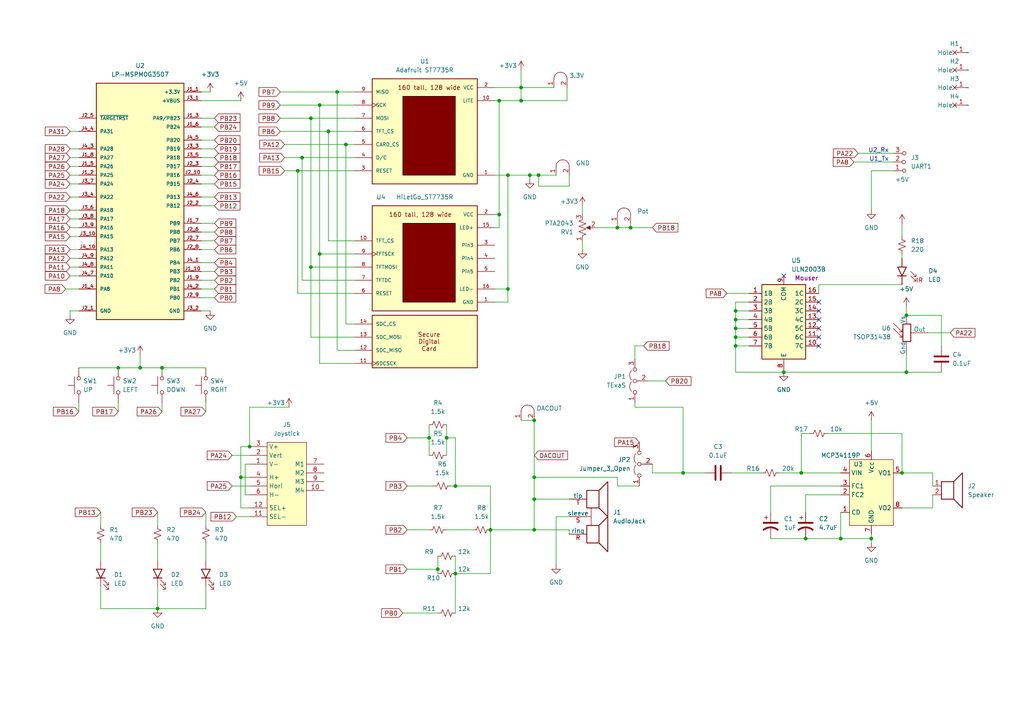
<source format=kicad_sch>
(kicad_sch (version 20230121) (generator eeschema)
  (paper "A4")
  (title_block (title "Game Board Spring 2024") (date "2024-03-08") (rev "v1.0.0") (company "The University of Texas at Austin"))
  (junction (at 262.89 107.95))
  (junction (at 233.68 156.21))
  (junction (at 243.84 156.21))
  (junction (at 45.72 176.53))
  (junction (at 198.12 137.16))
  (junction (at 154.94 121.92))
  (junction (at 86.36 49.53))
  (junction (at 144.78 62.23))
  (junction (at 132.08 166.37))
  (junction (at 182.88 66.04))
  (junction (at 213.36 97.79))
  (junction (at 213.36 90.17))
  (junction (at 132.08 140.97))
  (junction (at 262.89 91.44))
  (junction (at 179.07 66.04))
  (junction (at 252.73 156.21))
  (junction (at 72.39 129.54))
  (junction (at 97.79 26.67))
  (junction (at 147.32 50.8))
  (junction (at 213.36 95.25))
  (junction (at 154.94 138.43))
  (junction (at 127 165.1))
  (junction (at 87.63 45.72))
  (junction (at 95.25 38.1))
  (junction (at 147.32 83.82))
  (junction (at 100.33 41.91))
  (junction (at 153.67 50.8))
  (junction (at 144.78 29.21))
  (junction (at 213.36 100.33))
  (junction (at 92.71 30.48))
  (junction (at 151.13 25.4))
  (junction (at 227.33 107.95))
  (junction (at 154.94 144.78))
  (junction (at 34.29 106.68))
  (junction (at 261.62 137.16))
  (junction (at 69.85 138.43))
  (junction (at 156.21 50.8))
  (junction (at 46.99 106.68))
  (junction (at 90.17 77.47))
  (junction (at 142.24 153.67))
  (junction (at 40.64 106.68))
  (junction (at 154.94 153.67))
  (junction (at 129.54 127))
  (junction (at 232.41 137.16))
  (junction (at 213.36 92.71))
  (junction (at 90.17 34.29))
  (junction (at 92.71 73.66))
  (junction (at 151.13 29.21))
  (junction (at 124.46 127))
  (no_connect (at 237.49 95.25))
  (no_connect (at 237.49 100.33))
  (no_connect (at 237.49 97.79))
  (no_connect (at 237.49 90.17))
  (no_connect (at 227.33 80.01))
  (no_connect (at 237.49 87.63))
  (no_connect (at 237.49 92.71))
  (wire (pts (xy 154.94 144.78) (xy 154.94 153.67)))
  (wire (pts (xy 243.84 148.59) (xy 243.84 156.21)))
  (wire (pts (xy 59.69 176.53) (xy 45.72 176.53)))
  (wire (pts (xy 165.1 53.975) (xy 156.21 53.975)))
  (wire (pts (xy 90.17 77.47) (xy 90.17 34.29)))
  (wire (pts (xy 102.87 85.09) (xy 86.36 85.09)))
  (wire (pts (xy 72.39 147.32) (xy 69.85 147.32)))
  (wire (pts (xy 227.33 107.95) (xy 262.89 107.95)))
  (wire (pts (xy 127 161.29) (xy 127 165.1)))
  (wire (pts (xy 217.17 87.63) (xy 213.36 87.63)))
  (wire (pts (xy 58.42 86.36) (xy 62.23 86.36)))
  (wire (pts (xy 58.42 57.15) (xy 62.23 57.15)))
  (wire (pts (xy 261.62 82.55) (xy 237.49 82.55)))
  (wire (pts (xy 273.05 100.33) (xy 273.05 91.44)))
  (wire (pts (xy 132.08 166.37) (xy 142.24 166.37)))
  (wire (pts (xy 81.28 38.1) (xy 95.25 38.1)))
  (wire (pts (xy 59.69 157.48) (xy 59.69 162.56)))
  (wire (pts (xy 95.25 38.1) (xy 102.87 38.1)))
  (wire (pts (xy 129.54 127) (xy 129.54 132.08)))
  (wire (pts (xy 217.17 95.25) (xy 213.36 95.25)))
  (wire (pts (xy 69.85 129.54) (xy 72.39 129.54)))
  (wire (pts (xy 58.42 50.8) (xy 62.23 50.8)))
  (wire (pts (xy 34.29 106.68) (xy 40.64 106.68)))
  (wire (pts (xy 168.91 59.69) (xy 168.91 62.23)))
  (wire (pts (xy 20.32 91.44) (xy 20.32 90.17)))
  (wire (pts (xy 81.28 34.29) (xy 90.17 34.29)))
  (wire (pts (xy 100.33 41.91) (xy 102.87 41.91)))
  (wire (pts (xy 82.55 49.53) (xy 86.36 49.53)))
  (wire (pts (xy 20.32 68.58) (xy 22.86 68.58)))
  (wire (pts (xy 58.42 26.67) (xy 60.96 26.67)))
  (wire (pts (xy 20.32 66.04) (xy 22.86 66.04)))
  (wire (pts (xy 142.24 140.97) (xy 132.08 140.97)))
  (wire (pts (xy 102.87 101.6) (xy 97.79 101.6)))
  (wire (pts (xy 46.99 106.68) (xy 59.69 106.68)))
  (wire (pts (xy 164.465 25.4) (xy 164.465 29.21)))
  (wire (pts (xy 247.65 46.99) (xy 259.08 46.99)))
  (wire (pts (xy 143.51 66.04) (xy 144.78 66.04)))
  (wire (pts (xy 58.42 45.72) (xy 62.23 45.72)))
  (wire (pts (xy 102.87 69.85) (xy 95.25 69.85)))
  (wire (pts (xy 154.94 138.43) (xy 154.94 144.78)))
  (wire (pts (xy 58.42 40.64) (xy 62.23 40.64)))
  (wire (pts (xy 142.24 153.67) (xy 142.24 140.97)))
  (wire (pts (xy 161.29 149.86) (xy 161.29 163.83)))
  (wire (pts (xy 232.41 137.16) (xy 243.84 137.16)))
  (wire (pts (xy 20.32 38.1) (xy 22.86 38.1)))
  (wire (pts (xy 262.89 102.87) (xy 262.89 107.95)))
  (wire (pts (xy 59.69 170.18) (xy 59.69 176.53)))
  (wire (pts (xy 143.51 29.21) (xy 144.78 29.21)))
  (wire (pts (xy 269.24 96.52) (xy 275.59 96.52)))
  (wire (pts (xy 45.72 157.48) (xy 45.72 162.56)))
  (wire (pts (xy 86.36 49.53) (xy 86.36 85.09)))
  (wire (pts (xy 143.51 83.82) (xy 147.32 83.82)))
  (wire (pts (xy 198.12 137.16) (xy 189.23 137.16)))
  (wire (pts (xy 262.89 88.9) (xy 262.89 91.44)))
  (wire (pts (xy 46.99 116.84) (xy 46.99 119.38)))
  (wire (pts (xy 87.63 45.72) (xy 87.63 81.28)))
  (wire (pts (xy 210.82 85.09) (xy 217.17 85.09)))
  (wire (pts (xy 261.62 147.32) (xy 270.51 147.32)))
  (wire (pts (xy 83.82 118.11) (xy 72.39 118.11)))
  (wire (pts (xy 58.42 72.39) (xy 62.23 72.39)))
  (wire (pts (xy 34.29 116.84) (xy 34.29 119.38)))
  (wire (pts (xy 102.87 97.79) (xy 90.17 97.79)))
  (wire (pts (xy 81.28 30.48) (xy 92.71 30.48)))
  (wire (pts (xy 20.32 48.26) (xy 22.86 48.26)))
  (wire (pts (xy 58.42 83.82) (xy 62.23 83.82)))
  (wire (pts (xy 19.05 83.82) (xy 22.86 83.82)))
  (wire (pts (xy 69.85 138.43) (xy 69.85 129.54)))
  (wire (pts (xy 129.54 127) (xy 132.08 127)))
  (wire (pts (xy 179.07 66.04) (xy 179.07 64.77)))
  (wire (pts (xy 182.88 66.04) (xy 179.07 66.04)))
  (wire (pts (xy 213.36 90.17) (xy 217.17 90.17)))
  (wire (pts (xy 100.33 93.98) (xy 100.33 41.91)))
  (wire (pts (xy 187.96 110.49) (xy 193.04 110.49)))
  (wire (pts (xy 154.94 121.92) (xy 154.94 138.43)))
  (wire (pts (xy 118.11 140.97) (xy 125.73 140.97)))
  (wire (pts (xy 58.42 76.2) (xy 62.23 76.2)))
  (wire (pts (xy 144.78 66.04) (xy 144.78 62.23)))
  (wire (pts (xy 184.15 100.33) (xy 186.69 100.33)))
  (wire (pts (xy 20.32 63.5) (xy 22.86 63.5)))
  (wire (pts (xy 58.42 34.29) (xy 62.23 34.29)))
  (wire (pts (xy 165.1 149.86) (xy 161.29 149.86)))
  (wire (pts (xy 69.85 147.32) (xy 69.85 138.43)))
  (wire (pts (xy 59.69 148.59) (xy 59.69 152.4)))
  (wire (pts (xy 67.31 140.97) (xy 72.39 140.97)))
  (wire (pts (xy 156.21 53.975) (xy 156.21 50.8)))
  (wire (pts (xy 143.51 87.63) (xy 147.32 87.63)))
  (wire (pts (xy 29.21 176.53) (xy 29.21 170.18)))
  (wire (pts (xy 68.58 149.86) (xy 72.39 149.86)))
  (wire (pts (xy 243.84 156.21) (xy 252.73 156.21)))
  (wire (pts (xy 97.79 101.6) (xy 97.79 26.67)))
  (wire (pts (xy 144.78 29.21) (xy 151.13 29.21)))
  (wire (pts (xy 227.33 107.95) (xy 213.36 107.95)))
  (wire (pts (xy 179.07 138.43) (xy 154.94 138.43)))
  (wire (pts (xy 261.62 137.16) (xy 261.62 125.73)))
  (wire (pts (xy 58.42 64.77) (xy 62.23 64.77)))
  (wire (pts (xy 124.46 127) (xy 124.46 132.08)))
  (wire (pts (xy 151.13 25.4) (xy 151.13 20.32)))
  (wire (pts (xy 82.55 45.72) (xy 87.63 45.72)))
  (wire (pts (xy 20.32 50.8) (xy 22.86 50.8)))
  (wire (pts (xy 142.24 153.67) (xy 142.24 166.37)))
  (wire (pts (xy 213.36 87.63) (xy 213.36 90.17)))
  (wire (pts (xy 248.92 44.45) (xy 259.08 44.45)))
  (wire (pts (xy 213.36 100.33) (xy 213.36 97.79)))
  (wire (pts (xy 58.42 48.26) (xy 62.23 48.26)))
  (wire (pts (xy 20.32 90.17) (xy 22.86 90.17)))
  (wire (pts (xy 40.64 106.68) (xy 40.64 102.87)))
  (wire (pts (xy 153.67 50.8) (xy 153.67 52.07)))
  (wire (pts (xy 58.42 29.21) (xy 69.85 29.21)))
  (wire (pts (xy 147.32 50.8) (xy 153.67 50.8)))
  (wire (pts (xy 165.1 50.8) (xy 165.1 53.975)))
  (wire (pts (xy 129.54 123.19) (xy 129.54 127)))
  (wire (pts (xy 144.78 62.23) (xy 144.78 29.21)))
  (wire (pts (xy 243.84 140.97) (xy 223.52 140.97)))
  (wire (pts (xy 132.08 166.37) (xy 132.08 177.8)))
  (wire (pts (xy 234.95 125.73) (xy 232.41 125.73)))
  (wire (pts (xy 20.32 57.15) (xy 22.86 57.15)))
  (wire (pts (xy 22.86 106.68) (xy 34.29 106.68)))
  (wire (pts (xy 237.49 82.55) (xy 237.49 85.09)))
  (wire (pts (xy 45.72 176.53) (xy 29.21 176.53)))
  (wire (pts (xy 143.51 62.23) (xy 144.78 62.23)))
  (wire (pts (xy 273.05 91.44) (xy 262.89 91.44)))
  (wire (pts (xy 127 165.1) (xy 127 166.37)))
  (wire (pts (xy 71.12 143.51) (xy 71.12 134.62)))
  (wire (pts (xy 132.08 161.29) (xy 132.08 166.37)))
  (wire (pts (xy 29.21 157.48) (xy 29.21 162.56)))
  (wire (pts (xy 252.73 49.53) (xy 252.73 60.96)))
  (wire (pts (xy 116.84 177.8) (xy 127 177.8)))
  (wire (pts (xy 154.94 144.78) (xy 165.1 144.78)))
  (wire (pts (xy 90.17 97.79) (xy 90.17 77.47)))
  (wire (pts (xy 184.15 104.14) (xy 184.15 100.33)))
  (wire (pts (xy 102.87 81.28) (xy 87.63 81.28)))
  (wire (pts (xy 20.32 74.93) (xy 22.86 74.93)))
  (wire (pts (xy 151.13 29.21) (xy 151.13 25.4)))
  (wire (pts (xy 69.85 138.43) (xy 72.39 138.43)))
  (wire (pts (xy 233.68 156.21) (xy 243.84 156.21)))
  (wire (pts (xy 165.1 153.67) (xy 165.1 154.94)))
  (wire (pts (xy 132.08 127) (xy 132.08 140.97)))
  (wire (pts (xy 102.87 77.47) (xy 90.17 77.47)))
  (wire (pts (xy 261.62 73.66) (xy 261.62 74.93)))
  (wire (pts (xy 252.73 121.92) (xy 252.73 130.81)))
  (wire (pts (xy 182.88 66.04) (xy 182.88 64.77)))
  (wire (pts (xy 72.39 143.51) (xy 71.12 143.51)))
  (wire (pts (xy 213.36 97.79) (xy 213.36 95.25)))
  (wire (pts (xy 151.13 121.92) (xy 154.94 121.92)))
  (wire (pts (xy 232.41 137.16) (xy 232.41 125.73)))
  (wire (pts (xy 58.42 90.17) (xy 60.96 90.17)))
  (wire (pts (xy 59.69 116.84) (xy 59.69 119.38)))
  (wire (pts (xy 184.15 116.84) (xy 184.15 118.11)))
  (wire (pts (xy 58.42 67.31) (xy 62.23 67.31)))
  (wire (pts (xy 86.36 49.53) (xy 102.87 49.53)))
  (wire (pts (xy 124.46 127) (xy 124.46 123.19)))
  (wire (pts (xy 184.15 118.11) (xy 198.12 118.11)))
  (wire (pts (xy 217.17 97.79) (xy 213.36 97.79)))
  (wire (pts (xy 58.42 81.28) (xy 62.23 81.28)))
  (wire (pts (xy 143.51 25.4) (xy 151.13 25.4)))
  (wire (pts (xy 132.08 140.97) (xy 130.81 140.97)))
  (wire (pts (xy 217.17 92.71) (xy 213.36 92.71)))
  (wire (pts (xy 213.36 92.71) (xy 213.36 90.17)))
  (wire (pts (xy 226.06 137.16) (xy 232.41 137.16)))
  (wire (pts (xy 92.71 73.66) (xy 92.71 30.48)))
  (wire (pts (xy 270.51 140.97) (xy 270.51 137.16)))
  (wire (pts (xy 118.11 153.67) (xy 124.46 153.67)))
  (wire (pts (xy 45.72 148.59) (xy 45.72 152.4)))
  (wire (pts (xy 223.52 156.21) (xy 233.68 156.21)))
  (wire (pts (xy 29.21 148.59) (xy 29.21 152.4)))
  (wire (pts (xy 20.32 80.01) (xy 22.86 80.01)))
  (wire (pts (xy 233.68 143.51) (xy 233.68 148.59)))
  (wire (pts (xy 102.87 93.98) (xy 100.33 93.98)))
  (wire (pts (xy 223.52 140.97) (xy 223.52 148.59)))
  (wire (pts (xy 261.62 64.77) (xy 261.62 68.58)))
  (wire (pts (xy 213.36 95.25) (xy 213.36 92.71)))
  (wire (pts (xy 252.73 154.94) (xy 252.73 156.21)))
  (wire (pts (xy 212.09 137.16) (xy 220.98 137.16)))
  (wire (pts (xy 20.32 77.47) (xy 22.86 77.47)))
  (wire (pts (xy 179.07 140.97) (xy 179.07 138.43)))
  (wire (pts (xy 67.31 132.08) (xy 72.39 132.08)))
  (wire (pts (xy 147.32 83.82) (xy 147.32 50.8)))
  (wire (pts (xy 58.42 53.34) (xy 62.23 53.34)))
  (wire (pts (xy 45.72 170.18) (xy 45.72 176.53)))
  (wire (pts (xy 153.67 50.8) (xy 156.21 50.8)))
  (wire (pts (xy 252.73 156.21) (xy 252.73 157.48)))
  (wire (pts (xy 92.71 105.41) (xy 92.71 73.66)))
  (wire (pts (xy 259.08 49.53) (xy 252.73 49.53)))
  (wire (pts (xy 92.71 30.48) (xy 102.87 30.48)))
  (wire (pts (xy 58.42 78.74) (xy 62.23 78.74)))
  (wire (pts (xy 95.25 69.85) (xy 95.25 38.1)))
  (wire (pts (xy 20.32 45.72) (xy 22.86 45.72)))
  (wire (pts (xy 168.91 69.85) (xy 168.91 72.39)))
  (wire (pts (xy 185.42 140.97) (xy 179.07 140.97)))
  (wire (pts (xy 151.13 25.4) (xy 160.655 25.4)))
  (wire (pts (xy 22.86 116.84) (xy 22.86 119.38)))
  (wire (pts (xy 189.23 137.16) (xy 189.23 134.62)))
  (wire (pts (xy 270.51 147.32) (xy 270.51 143.51)))
  (wire (pts (xy 87.63 45.72) (xy 102.87 45.72)))
  (wire (pts (xy 154.94 153.67) (xy 165.1 153.67)))
  (wire (pts (xy 143.51 50.8) (xy 147.32 50.8)))
  (wire (pts (xy 118.11 127) (xy 124.46 127)))
  (wire (pts (xy 217.17 100.33) (xy 213.36 100.33)))
  (wire (pts (xy 164.465 29.21) (xy 151.13 29.21)))
  (wire (pts (xy 20.32 43.18) (xy 22.86 43.18)))
  (wire (pts (xy 20.32 72.39) (xy 22.86 72.39)))
  (wire (pts (xy 198.12 118.11) (xy 198.12 137.16)))
  (wire (pts (xy 204.47 137.16) (xy 198.12 137.16)))
  (wire (pts (xy 58.42 43.18) (xy 62.23 43.18)))
  (wire (pts (xy 46.99 106.68) (xy 40.64 106.68)))
  (wire (pts (xy 71.12 134.62) (xy 72.39 134.62)))
  (wire (pts (xy 142.24 153.67) (xy 154.94 153.67)))
  (wire (pts (xy 270.51 137.16) (xy 261.62 137.16)))
  (wire (pts (xy 243.84 143.51) (xy 233.68 143.51)))
  (wire (pts (xy 129.54 153.67) (xy 137.16 153.67)))
  (wire (pts (xy 58.42 59.69) (xy 62.23 59.69)))
  (wire (pts (xy 147.32 87.63) (xy 147.32 83.82)))
  (wire (pts (xy 262.89 107.95) (xy 273.05 107.95)))
  (wire (pts (xy 58.42 69.85) (xy 62.23 69.85)))
  (wire (pts (xy 213.36 107.95) (xy 213.36 100.33)))
  (wire (pts (xy 58.42 36.83) (xy 62.23 36.83)))
  (wire (pts (xy 92.71 73.66) (xy 102.87 73.66)))
  (wire (pts (xy 97.79 26.67) (xy 102.87 26.67)))
  (wire (pts (xy 261.62 125.73) (xy 240.03 125.73)))
  (wire (pts (xy 20.32 60.96) (xy 22.86 60.96)))
  (wire (pts (xy 90.17 34.29) (xy 102.87 34.29)))
  (wire (pts (xy 189.23 66.04) (xy 182.88 66.04)))
  (wire (pts (xy 81.28 26.67) (xy 97.79 26.67)))
  (wire (pts (xy 20.32 53.34) (xy 22.86 53.34)))
  (wire (pts (xy 172.72 66.04) (xy 179.07 66.04)))
  (wire (pts (xy 102.87 105.41) (xy 92.71 105.41)))
  (wire (pts (xy 118.11 165.1) (xy 127 165.1)))
  (wire (pts (xy 156.21 50.8) (xy 161.29 50.8)))
  (wire (pts (xy 72.39 118.11) (xy 72.39 129.54)))
  (wire (pts (xy 82.55 41.91) (xy 100.33 41.91)))
  (text "U2_Rx" (at 257.81 44.45 0) (effects (font (size 1.27 1.27)) (justify right bottom)))
  (text "U1_Tx" (at 257.81 46.99 0) (effects (font (size 1.27 1.27)) (justify right bottom)))
  (global_label "PB23" (shape input) (at 45.72 148.59 180) (property "Intersheetrefs" "${INTERSHEET_REFS}" (effects hide)))
  (global_label "PA13" (shape input) (at 82.55 45.72 180) (property "Intersheetrefs" "${INTERSHEET_REFS}" (effects hide)))
  (global_label "PB4" (shape input) (at 118.11 127 180) (property "Intersheetrefs" "${INTERSHEET_REFS}" (effects hide)))
  (global_label "PB8" (shape input) (at 62.23 67.31 0) (property "Intersheetrefs" "${INTERSHEET_REFS}" (effects hide)))
  (global_label "PA12" (shape input) (at 82.55 41.91 180) (property "Intersheetrefs" "${INTERSHEET_REFS}" (effects hide)))
  (global_label "PB6" (shape input) (at 62.23 72.39 0) (property "Intersheetrefs" "${INTERSHEET_REFS}" (effects hide)))
  (global_label "PB6" (shape input) (at 81.28 38.1 180) (property "Intersheetrefs" "${INTERSHEET_REFS}" (effects hide)))
  (global_label "PB18" (shape input) (at 186.69 100.33 0) (property "Intersheetrefs" "${INTERSHEET_REFS}" (effects hide)))
  (global_label "PB15" (shape input) (at 62.23 53.34 0) (property "Intersheetrefs" "${INTERSHEET_REFS}" (effects hide)))
  (global_label "PB7" (shape input) (at 81.28 26.67 180) (property "Intersheetrefs" "${INTERSHEET_REFS}" (effects hide)))
  (global_label "PB20" (shape input) (at 193.04 110.49 0) (property "Intersheetrefs" "${INTERSHEET_REFS}" (effects hide)))
  (global_label "PA25" (shape input) (at 20.32 50.8 180) (property "Intersheetrefs" "${INTERSHEET_REFS}" (effects hide)))
  (global_label "PA22" (shape input) (at 20.32 57.15 180) (property "Intersheetrefs" "${INTERSHEET_REFS}" (effects hide)))
  (global_label "PB18" (shape input) (at 62.23 45.72 0) (property "Intersheetrefs" "${INTERSHEET_REFS}" (effects hide)))
  (global_label "PA24" (shape input) (at 20.32 53.34 180) (property "Intersheetrefs" "${INTERSHEET_REFS}" (effects hide)))
  (global_label "PB7" (shape input) (at 62.23 69.85 0) (property "Intersheetrefs" "${INTERSHEET_REFS}" (effects hide)))
  (global_label "PB23" (shape input) (at 62.23 34.29 0) (property "Intersheetrefs" "${INTERSHEET_REFS}" (effects hide)))
  (global_label "PA15" (shape input) (at 20.32 68.58 180) (property "Intersheetrefs" "${INTERSHEET_REFS}" (effects hide)))
  (global_label "PB18" (shape input) (at 189.23 66.04 0) (property "Intersheetrefs" "${INTERSHEET_REFS}" (effects hide)))
  (global_label "PB3" (shape input) (at 62.23 78.74 0) (property "Intersheetrefs" "${INTERSHEET_REFS}" (effects hide)))
  (global_label "PA31" (shape input) (at 20.32 38.1 180) (property "Intersheetrefs" "${INTERSHEET_REFS}" (effects hide)))
  (global_label "PA26" (shape input) (at 20.32 48.26 180) (property "Intersheetrefs" "${INTERSHEET_REFS}" (effects hide)))
  (global_label "PA17" (shape input) (at 20.32 63.5 180) (property "Intersheetrefs" "${INTERSHEET_REFS}" (effects hide)))
  (global_label "PB3" (shape input) (at 118.11 140.97 180) (property "Intersheetrefs" "${INTERSHEET_REFS}" (effects hide)))
  (global_label "PB9" (shape input) (at 62.23 64.77 0) (property "Intersheetrefs" "${INTERSHEET_REFS}" (effects hide)))
  (global_label "PA8" (shape input) (at 210.82 85.09 180) (property "Intersheetrefs" "${INTERSHEET_REFS}" (effects hide)))
  (global_label "PA13" (shape input) (at 20.32 72.39 180) (property "Intersheetrefs" "${INTERSHEET_REFS}" (effects hide)))
  (global_label "PB17" (shape input) (at 62.23 48.26 0) (property "Intersheetrefs" "${INTERSHEET_REFS}" (effects hide)))
  (global_label "PB8" (shape input) (at 81.28 34.29 180) (property "Intersheetrefs" "${INTERSHEET_REFS}" (effects hide)))
  (global_label "PA10" (shape input) (at 20.32 80.01 180) (property "Intersheetrefs" "${INTERSHEET_REFS}" (effects hide)))
  (global_label "PA27" (shape input) (at 59.69 119.38 180) (property "Intersheetrefs" "${INTERSHEET_REFS}" (effects hide)))
  (global_label "PB24" (shape input) (at 59.69 148.59 180) (property "Intersheetrefs" "${INTERSHEET_REFS}" (effects hide)))
  (global_label "PA12" (shape input) (at 20.32 74.93 180) (property "Intersheetrefs" "${INTERSHEET_REFS}" (effects hide)))
  (global_label "PB0" (shape input) (at 116.84 177.8 180) (property "Intersheetrefs" "${INTERSHEET_REFS}" (effects hide)))
  (global_label "PB4" (shape input) (at 62.23 76.2 0) (property "Intersheetrefs" "${INTERSHEET_REFS}" (effects hide)))
  (global_label "PA25" (shape input) (at 67.31 140.97 180) (property "Intersheetrefs" "${INTERSHEET_REFS}" (effects hide)))
  (global_label "PA24" (shape input) (at 67.31 132.08 180) (property "Intersheetrefs" "${INTERSHEET_REFS}" (effects hide)))
  (global_label "PB13" (shape input) (at 29.21 148.59 180) (property "Intersheetrefs" "${INTERSHEET_REFS}" (effects hide)))
  (global_label "DACOUT" (shape input) (at 154.94 132.08 0) (property "Intersheetrefs" "${INTERSHEET_REFS}" (effects hide)))
  (global_label "PA15" (shape input) (at 185.42 128.27 180) (property "Intersheetrefs" "${INTERSHEET_REFS}" (effects hide)))
  (global_label "PA26" (shape input) (at 46.99 119.38 180) (property "Intersheetrefs" "${INTERSHEET_REFS}" (effects hide)))
  (global_label "PB24" (shape input) (at 62.23 36.83 0) (property "Intersheetrefs" "${INTERSHEET_REFS}" (effects hide)))
  (global_label "PB13" (shape input) (at 62.23 57.15 0) (property "Intersheetrefs" "${INTERSHEET_REFS}" (effects hide)))
  (global_label "PA11" (shape input) (at 20.32 77.47 180) (property "Intersheetrefs" "${INTERSHEET_REFS}" (effects hide)))
  (global_label "PA22" (shape input) (at 275.59 96.52 0) (property "Intersheetrefs" "${INTERSHEET_REFS}" (effects hide)))
  (global_label "PB16" (shape input) (at 22.86 119.38 180) (property "Intersheetrefs" "${INTERSHEET_REFS}" (effects hide)))
  (global_label "PA27" (shape input) (at 20.32 45.72 180) (property "Intersheetrefs" "${INTERSHEET_REFS}" (effects hide)))
  (global_label "PA18" (shape input) (at 20.32 60.96 180) (property "Intersheetrefs" "${INTERSHEET_REFS}" (effects hide)))
  (global_label "PB12" (shape input) (at 62.23 59.69 0) (property "Intersheetrefs" "${INTERSHEET_REFS}" (effects hide)))
  (global_label "PB1" (shape input) (at 62.23 83.82 0) (property "Intersheetrefs" "${INTERSHEET_REFS}" (effects hide)))
  (global_label "PA16" (shape input) (at 20.32 66.04 180) (property "Intersheetrefs" "${INTERSHEET_REFS}" (effects hide)))
  (global_label "PB16" (shape input) (at 62.23 50.8 0) (property "Intersheetrefs" "${INTERSHEET_REFS}" (effects hide)))
  (global_label "PB20" (shape input) (at 62.23 40.64 0) (property "Intersheetrefs" "${INTERSHEET_REFS}" (effects hide)))
  (global_label "PA28" (shape input) (at 20.32 43.18 180) (property "Intersheetrefs" "${INTERSHEET_REFS}" (effects hide)))
  (global_label "PB2" (shape input) (at 118.11 153.67 180) (property "Intersheetrefs" "${INTERSHEET_REFS}" (effects hide)))
  (global_label "PB9" (shape input) (at 81.28 30.48 180) (property "Intersheetrefs" "${INTERSHEET_REFS}" (effects hide)))
  (global_label "PA8" (shape input) (at 19.05 83.82 180) (property "Intersheetrefs" "${INTERSHEET_REFS}" (effects hide)))
  (global_label "PA8" (shape input) (at 247.65 46.99 180) (property "Intersheetrefs" "${INTERSHEET_REFS}" (effects hide)))
  (global_label "PB1" (shape input) (at 118.11 165.1 180) (property "Intersheetrefs" "${INTERSHEET_REFS}" (effects hide)))
  (global_label "PB0" (shape input) (at 62.23 86.36 0) (property "Intersheetrefs" "${INTERSHEET_REFS}" (effects hide)))
  (global_label "PB19" (shape input) (at 62.23 43.18 0) (property "Intersheetrefs" "${INTERSHEET_REFS}" (effects hide)))
  (global_label "PB12" (shape input) (at 68.58 149.86 180) (property "Intersheetrefs" "${INTERSHEET_REFS}" (effects hide)))
  (global_label "PB17" (shape input) (at 34.29 119.38 180) (property "Intersheetrefs" "${INTERSHEET_REFS}" (effects hide)))
  (global_label "PA22" (shape input) (at 248.92 44.45 180) (property "Intersheetrefs" "${INTERSHEET_REFS}" (effects hide)))
  (global_label "PB2" (shape input) (at 62.23 81.28 0) (property "Intersheetrefs" "${INTERSHEET_REFS}" (effects hide)))
  (global_label "PB15" (shape input) (at 82.55 49.53 180) (property "Intersheetrefs" "${INTERSHEET_REFS}" (effects hide)))
  (symbol (lib_id "ECE319K:Jumper_3_Open") (at 185.42 134.62 90) (unit 1)
    (property "Reference" "JP2" (at 182.88 133.35 90) (effects (justify left)))
    (property "Value" "Jumper_3_Open" (at 182.88 135.89 90) (effects (justify left)))
    (property "Footprint" "ECE319K:PinHeader_1x03_P2.54mm_Vertical" (effects hide))
  )
  (symbol (lib_id "ECE319K:MountingHole") (at 280.67 30.48 0) (unit 1)
    (property "Reference" "H4" (at 276.86 27.94 0))
    (property "Value" "~" (at 280.67 30.48 0))
    (property "Footprint" "ECE319K:MountingHole_4_40" (effects hide))
  )
  (symbol (lib_id "ECE319K:Adafruit_ST7735R") (at 123.19 38.1 0) (unit 1)
    (property "Reference" "U1" (at 123.19 17.78 0))
    (property "Value" "Adafruit ST7735R" (at 123.19 20.32 0))
    (property "Footprint" "ECE319K:adafruit_st7735r" (effects hide))
    (property "Datasheet" "https://www.mouser.com/datasheet/2/737/ST7735R_V0_2-2489618.pdf" (effects hide))
    (property "Distributor" "Mouser" (effects hide))
    (property "Manufacturer" "Adafruit" (effects hide))
    (property "P/N" "358" (effects hide))
    (property "Cost" "19.95" (effects hide))
  )
  (symbol (lib_id "ECE319K:Jumper_3_Open") (at 184.15 110.49 90) (unit 1)
    (property "Reference" "JP1" (at 181.61 109.22 90) (effects (justify left)))
    (property "Value" "TExaS" (at 181.61 111.76 90) (effects (justify left)))
    (property "Footprint" "ECE319K:PinHeader_1x03_P2.54mm_Vertical" (effects hide))
  )
  (symbol (lib_id "ECE319K:R_0.125W") (at 127 153.67 270) (unit 1)
    (property "Reference" "R7" (at 127 147.32 90))
    (property "Value" "1.5k" (at 127 149.86 90))
    (property "Footprint" "ECE319K:R_Axial_DIN0204_L3.6mm_D1.6mm_P7.62mm_Horizontal" (effects hide))
    (property "Datasheet" "https://users.ece.utexas.edu/~valvano/mspm0/CarbonFilmresistors.pdf" (effects hide))
  )
  (symbol (lib_id "ECE319K:R_0.125W") (at 29.21 154.94 0) (unit 1)
    (property "Reference" "R1" (at 31.75 153.67 0) (effects (justify left)))
    (property "Value" "470" (at 31.75 156.21 0) (effects (justify left)))
    (property "Footprint" "ECE319K:R_Axial_DIN0204_L3.6mm_D1.6mm_P7.62mm_Horizontal" (effects hide))
    (property "Datasheet" "https://users.ece.utexas.edu/~valvano/mspm0/CarbonFilmresistors.pdf" (effects hide))
  )
  (symbol (lib_id "ECE319K:LED") (at 60.96 166.37 0) (unit 1)
    (property "Reference" "D3" (at 63.5 166.6875 0) (effects (justify left)))
    (property "Value" "LED" (at 63.5 169.2275 0) (effects (justify left)))
    (property "Footprint" "ECE319K:LED_D5.0mm" (effects hide))
    (property "Datasheet" "https://users.ece.utexas.edu/~valvano/mspm0/HLMP-4700.pdf" (effects hide))
  )
  (symbol (lib_id "ECE319K:R_0.125W") (at 139.7 153.67 270) (unit 1)
    (property "Reference" "R8" (at 139.7 147.32 90))
    (property "Value" "1.5k" (at 139.7 149.86 90))
    (property "Footprint" "ECE319K:R_Axial_DIN0204_L3.6mm_D1.6mm_P7.62mm_Horizontal" (effects hide))
    (property "Datasheet" "https://users.ece.utexas.edu/~valvano/mspm0/CarbonFilmresistors.pdf" (effects hide))
  )
  (symbol (lib_id "power:GND") (at 252.73 60.96 0) (unit 1)
    (property "Reference" "#PWR06" (effects hide))
    (property "Value" "GND" (at 252.73 66.04 0))
  )
  (symbol (lib_id "ECE319K:SW_Push") (at 34.29 111.76 90) (unit 1)
    (property "Reference" "SW2" (at 35.56 110.49 90) (effects (justify right)))
    (property "Value" "LEFT" (at 35.56 113.03 90) (effects (justify right)))
    (property "Footprint" "ECE319K:SW_PUSH_6mm" (effects hide))
  )
  (symbol (lib_id "ECE319K:LP-MSPM0G3507") (at 40.64 57.15 0) (unit 1)
    (property "Reference" "U2" (at 40.64 19.05 0))
    (property "Value" "LP-MSPM0G3507" (at 40.64 21.59 0))
    (property "Footprint" "ECE319K:ti_LP_MSPM0G3507" (effects hide))
    (property "Datasheet" "https://www.ti.com/tool/LP-MSPM0G3507" (effects hide))
    (property "Distributor" "Mouser" (effects hide))
    (property "Manufacturer" "Texas Instruments" (effects hide))
    (property "P/N" "LP-MSPM0G3507" (effects hide))
    (property "Cost" "22.60" (effects hide))
  )
  (symbol (lib_id "ECE319K:MCP34119P") (at 252.73 142.24 0) (unit 1)
    (property "Reference" "U3" (at 248.92 134.62 0))
    (property "Value" "MCP34119P" (at 243.84 132.08 0))
    (property "Footprint" "ECE319K:DIP-8_W7.62mm_LongPads" (effects hide))
    (property "Datasheet" "https://users.ece.utexas.edu/~valvano/Datasheets/MC34119.pdf" (effects hide))
    (property "Distributor" "N/A" (effects hide))
    (property "Manufacturer" "Motorola" (effects hide))
    (property "P/N" "MC34119P" (effects hide))
    (property "Cost" "N/A" (effects hide))
  )
  (symbol (lib_id "ECE319K:R_0.125W") (at 129.54 166.37 270) (unit 1)
    (property "Reference" "R10" (at 125.73 167.64 90))
    (property "Value" "12k" (at 134.62 165.1 90))
    (property "Footprint" "ECE319K:R_Axial_DIN0204_L3.6mm_D1.6mm_P7.62mm_Horizontal" (effects hide))
    (property "Datasheet" "https://users.ece.utexas.edu/~valvano/mspm0/CarbonFilmresistors.pdf" (effects hide))
  )
  (symbol (lib_id "power:+3V3") (at 40.64 102.87 0) (unit 1)
    (property "Reference" "#PWR03" (effects hide))
    (property "Value" "+3V3" (at 36.83 101.6 0))
  )
  (symbol (lib_id "ECE319K:LED") (at 46.99 166.37 0) (unit 1)
    (property "Reference" "D2" (at 49.53 166.6875 0) (effects (justify left)))
    (property "Value" "LED" (at 49.53 169.2275 0) (effects (justify left)))
    (property "Footprint" "ECE319K:LED_D5.0mm" (effects hide))
    (property "Datasheet" "https://users.ece.utexas.edu/~valvano/mspm0/HLMP-4700.pdf" (effects hide))
  )
  (symbol (lib_id "power:+5V") (at 69.85 29.21 0) (unit 1)
    (property "Reference" "#PWR0105" (effects hide))
    (property "Value" "+5V" (at 69.85 24.13 0))
  )
  (symbol (lib_id "power:GND") (at 45.72 176.53 0) (unit 1)
    (property "Reference" "#PWR0107" (effects hide))
    (property "Value" "GND" (at 45.72 181.61 0))
  )
  (symbol (lib_id "ECE319K:LED") (at 30.48 166.37 0) (unit 1)
    (property "Reference" "D1" (at 33.02 166.6875 0) (effects (justify left)))
    (property "Value" "LED" (at 33.02 169.2275 0) (effects (justify left)))
    (property "Footprint" "ECE319K:LED_D5.0mm" (effects hide))
    (property "Datasheet" "https://users.ece.utexas.edu/~valvano/mspm0/HLMP-4700.pdf" (effects hide))
  )
  (symbol (lib_id "power:GND") (at 20.32 91.44 0) (unit 1)
    (property "Reference" "#PWR01" (effects hide))
    (property "Value" "GND" (at 20.32 96.52 0))
  )
  (symbol (lib_id "ECE319K:Speaker") (at 275.59 140.97 0) (unit 1)
    (property "Reference" "J2" (at 280.67 140.97 0) (effects (justify left)))
    (property "Value" "Speaker" (at 280.67 143.51 0) (effects (justify left)))
    (property "Footprint" "ECE319K:PinHeader_1x02_P2.54mm_Vertical" (effects hide))
  )
  (symbol (lib_id "ECE319K:SW_Push") (at 22.86 111.76 90) (unit 1)
    (property "Reference" "SW1" (at 24.13 110.49 90) (effects (justify right)))
    (property "Value" "UP" (at 24.13 113.03 90) (effects (justify right)))
    (property "Footprint" "ECE319K:SW_PUSH_6mm" (effects hide))
  )
  (symbol (lib_id "power:+5V") (at 252.73 121.92 0) (unit 1)
    (property "Reference" "#PWR08" (effects hide))
    (property "Value" "+5V" (at 252.73 116.84 0))
  )
  (symbol (lib_id "power:GND") (at 227.33 107.95 0) (unit 1)
    (property "Reference" "#PWR011" (effects hide))
    (property "Value" "GND" (at 227.33 113.03 0))
  )
  (symbol (lib_id "ECE319K:HiLetGo_ST7735R") (at 123.19 74.93 0) (unit 1)
    (property "Reference" "U4" (at 110.49 57.15 0))
    (property "Value" "HiLetGo_ST7735R" (at 123.19 57.15 0))
    (property "Footprint" "ECE319K:hiletgo_st7735r" (effects hide))
    (property "Datasheet" "https://users.ece.utexas.edu/~valvano/mspm0/1-8-tft-display.pdf" (effects hide))
    (property "Distributor" "Amazon" (effects hide))
    (property "Manufacturer" "HiLetGo" (effects hide))
    (property "P/N" "https://www.amazon.com/s?k=hiletgo+ST7735R" (effects hide))
    (property "Cost" "9.95" (effects hide))
  )
  (symbol (lib_id "ECE319K:Header_3") (at 264.16 46.99 180) (unit 1)
    (property "Reference" "J3" (at 264.16 45.72 0) (effects (justify right)))
    (property "Value" "UART1" (at 264.16 48.26 0) (effects (justify right)))
    (property "Footprint" "ECE319K:PinHeader_1x03_P2.54mm_Vertical" (effects hide))
  )
  (symbol (lib_id "ECE319K:C") (at 273.05 104.14 0) (unit 1)
    (property "Reference" "C4" (at 276.225 102.87 0) (effects (justify left)))
    (property "Value" "0.1uF" (at 276.225 105.41 0) (effects (justify left)))
    (property "Footprint" "ECE319K:C_Axial_200mil" (effects hide))
  )
  (symbol (lib_id "ECE319K:Testpoint") (at 163.195 50.8 0) (unit 1)
    (property "Reference" "J6" (effects hide))
    (property "Value" "GND" (at 167.005 47.3074 0) (effects (justify left)))
    (property "Footprint" "ECE319K:Testpoint_1x02_P2.54mm" (effects hide))
  )
  (symbol (lib_id "ECE319K:MountingHole") (at 280.67 20.32 0) (unit 1)
    (property "Reference" "H2" (at 276.86 17.78 0))
    (property "Value" "~" (at 280.67 20.32 0))
    (property "Footprint" "ECE319K:MountingHole_4_40" (effects hide))
  )
  (symbol (lib_id "ECE319K:PTA2043pot") (at 168.91 66.04 0) (mirror x) (unit 1)
    (property "Reference" "RV1" (at 166.37 67.31 0) (effects (justify right)))
    (property "Value" "PTA2043" (at 166.37 64.77 0) (effects (justify right)))
    (property "Footprint" "ECE319K:PTA2043pot" (effects hide))
  )
  (symbol (lib_id "power:+3V3") (at 83.82 118.11 0) (unit 1)
    (property "Reference" "#PWR010" (effects hide))
    (property "Value" "+3V3" (at 80.01 116.84 0))
  )
  (symbol (lib_id "power:GND") (at 153.67 52.07 0) (unit 1)
    (property "Reference" "#PWR0108" (effects hide))
    (property "Value" "GND" (at 153.67 57.15 0))
  )
  (symbol (lib_id "ECE319K:MountingHole") (at 280.67 15.24 0) (unit 1)
    (property "Reference" "H1" (at 276.86 12.7 0))
    (property "Value" "~" (at 280.67 15.24 0))
    (property "Footprint" "ECE319K:MountingHole_4_40" (effects hide))
  )
  (symbol (lib_id "ECE319K:R_0.125W") (at 127 123.19 270) (unit 1)
    (property "Reference" "R4" (at 127 116.84 90))
    (property "Value" "1.5k" (at 127 119.38 90))
    (property "Footprint" "ECE319K:R_Axial_DIN0204_L3.6mm_D1.6mm_P7.62mm_Horizontal" (effects hide))
    (property "Datasheet" "https://users.ece.utexas.edu/~valvano/mspm0/CarbonFilmresistors.pdf" (effects hide))
  )
  (symbol (lib_id "ECE319K:OED-EL-1L2") (at 262.89 78.74 0) (unit 1)
    (property "Reference" "D4" (at 269.24 78.5523 0) (effects (justify left)))
    (property "Value" "LED" (at 269.24 81.0923 0) (effects (justify left)))
    (property "Footprint" "ECE319K:LED_D5.0mm" (effects hide))
    (property "Datasheet" "https://users.ece.utexas.edu/~valvano/mspm0/OED-EL-1L2-1136406.pdf" (effects hide))
  )
  (symbol (lib_id "power:+5V") (at 261.62 64.77 0) (unit 1)
    (property "Reference" "#PWR013" (effects hide))
    (property "Value" "+5V" (at 261.62 52.07 0))
  )
  (symbol (lib_id "ECE319K:MountingHole") (at 280.67 25.4 0) (unit 1)
    (property "Reference" "H3" (at 276.86 22.86 0))
    (property "Value" "~" (at 280.67 25.4 0))
    (property "Footprint" "ECE319K:MountingHole_4_40" (effects hide))
  )
  (symbol (lib_id "ECE319K:SW_Push") (at 46.99 111.76 90) (unit 1)
    (property "Reference" "SW3" (at 48.26 110.49 90) (effects (justify right)))
    (property "Value" "DOWN" (at 48.26 113.03 90) (effects (justify right)))
    (property "Footprint" "ECE319K:SW_PUSH_6mm" (effects hide))
  )
  (symbol (lib_id "power:+3V3") (at 60.96 26.67 0) (unit 1)
    (property "Reference" "#PWR0103" (effects hide))
    (property "Value" "+3V3" (at 60.96 21.59 0))
  )
  (symbol (lib_id "ECE319K:R_0.125W") (at 59.69 154.94 0) (unit 1)
    (property "Reference" "R3" (at 62.23 153.67 0) (effects (justify left)))
    (property "Value" "470" (at 62.23 156.21 0) (effects (justify left)))
    (property "Footprint" "ECE319K:R_Axial_DIN0204_L3.6mm_D1.6mm_P7.62mm_Horizontal" (effects hide))
    (property "Datasheet" "https://users.ece.utexas.edu/~valvano/mspm0/CarbonFilmresistors.pdf" (effects hide))
  )
  (symbol (lib_id "ECE319K:TSOP31438") (at 262.89 96.52 0) (unit 1)
    (property "Reference" "U6" (at 258.445 95.1865 0) (effects (justify right)))
    (property "Value" "TSOP31438" (at 258.445 97.7265 0) (effects (justify right)))
    (property "Footprint" "ECE319K:TSOP31438" (effects hide))
    (property "Datasheet" "https://users.ece.utexas.edu/~valvano/mspm0/tsop312-537288.pdf" (effects hide))
  )
  (symbol (lib_id "ECE319K:Joystick_Sparkfun_COM-09032") (at 82.55 139.7 0) (unit 1)
    (property "Reference" "J5" (at 83.185 123.19 0))
    (property "Value" "Joystick" (at 83.185 125.73 0))
    (property "Footprint" "ECE319K:SparkfunJoystick" (effects hide))
    (property "Datasheet" "https://www.sparkfun.com/products/9032" (effects hide))
  )
  (symbol (lib_id "ECE319K:R_0.125W") (at 237.49 125.73 270) (unit 1)
    (property "Reference" "R17" (at 232.41 124.46 90))
    (property "Value" "10k" (at 242.57 124.46 90))
    (property "Footprint" "ECE319K:R_Axial_DIN0204_L3.6mm_D1.6mm_P7.62mm_Horizontal" (effects hide))
    (property "Datasheet" "https://users.ece.utexas.edu/~valvano/mspm0/CarbonFilmresistors.pdf" (effects hide))
  )
  (symbol (lib_id "power:GND") (at 161.29 163.83 0) (unit 1)
    (property "Reference" "#PWR09" (effects hide))
    (property "Value" "GND" (at 161.29 168.91 0))
  )
  (symbol (lib_id "ECE319K:R_0.125W") (at 223.52 137.16 270) (unit 1)
    (property "Reference" "R16" (at 218.44 135.89 90))
    (property "Value" "20k" (at 228.6 135.89 90))
    (property "Footprint" "ECE319K:R_Axial_DIN0204_L3.6mm_D1.6mm_P7.62mm_Horizontal" (effects hide))
    (property "Datasheet" "https://users.ece.utexas.edu/~valvano/mspm0/CarbonFilmresistors.pdf" (effects hide))
  )
  (symbol (lib_id "ECE319K:Testpoint") (at 153.035 121.92 0) (unit 1)
    (property "Reference" "J7" (effects hide))
    (property "Value" "DACOUT" (at 155.575 118.4274 0) (effects (justify left)))
    (property "Footprint" "ECE319K:Testpoint_1x02_P2.54mm" (effects hide))
  )
  (symbol (lib_id "power:+5V") (at 262.89 88.9 0) (unit 1)
    (property "Reference" "#PWR012" (effects hide))
    (property "Value" "+5V" (at 262.89 83.82 0))
  )
  (symbol (lib_id "power:GND") (at 168.91 72.39 0) (unit 1)
    (property "Reference" "#PWR05" (effects hide))
    (property "Value" "GND" (at 168.91 77.47 0))
  )
  (symbol (lib_id "ECE319K:R_0.125W") (at 45.72 154.94 0) (unit 1)
    (property "Reference" "R2" (at 48.26 153.67 0) (effects (justify left)))
    (property "Value" "470" (at 48.26 156.21 0) (effects (justify left)))
    (property "Footprint" "ECE319K:R_Axial_DIN0204_L3.6mm_D1.6mm_P7.62mm_Horizontal" (effects hide))
    (property "Datasheet" "https://users.ece.utexas.edu/~valvano/mspm0/CarbonFilmresistors.pdf" (effects hide))
  )
  (symbol (lib_id "ECE319K:R_0.125W") (at 128.27 140.97 270) (unit 1)
    (property "Reference" "R6" (at 128.27 134.62 90))
    (property "Value" "1.5k" (at 128.27 137.16 90))
    (property "Footprint" "ECE319K:R_Axial_DIN0204_L3.6mm_D1.6mm_P7.62mm_Horizontal" (effects hide))
    (property "Datasheet" "https://users.ece.utexas.edu/~valvano/mspm0/CarbonFilmresistors.pdf" (effects hide))
  )
  (symbol (lib_id "ECE319K:R_0.125W") (at 129.54 177.8 270) (unit 1)
    (property "Reference" "R11" (at 124.46 176.53 90))
    (property "Value" "12k" (at 134.62 176.53 90))
    (property "Footprint" "ECE319K:R_Axial_DIN0204_L3.6mm_D1.6mm_P7.62mm_Horizontal" (effects hide))
    (property "Datasheet" "https://users.ece.utexas.edu/~valvano/mspm0/CarbonFilmresistors.pdf" (effects hide))
  )
  (symbol (lib_id "ECE319K:C") (at 208.28 137.16 90) (unit 1)
    (property "Reference" "C3" (at 208.28 129.54 90))
    (property "Value" "0.1uF" (at 208.28 132.08 90))
    (property "Footprint" "ECE319K:C_Axial_200mil" (effects hide))
  )
  (symbol (lib_id "ECE319K:R_0.125W") (at 127 132.08 270) (unit 1)
    (property "Reference" "R5" (at 127 125.73 90))
    (property "Value" "1.5k" (at 127 128.27 90))
    (property "Footprint" "ECE319K:R_Axial_DIN0204_L3.6mm_D1.6mm_P7.62mm_Horizontal" (effects hide))
    (property "Datasheet" "https://users.ece.utexas.edu/~valvano/mspm0/CarbonFilmresistors.pdf" (effects hide))
  )
  (symbol (lib_id "power:GND") (at 60.96 90.17 0) (unit 1)
    (property "Reference" "#PWR0104" (effects hide))
    (property "Value" "GND" (at 60.96 95.25 0))
  )
  (symbol (lib_id "ECE319K:C_Polarized") (at 223.52 152.4 0) (unit 1)
    (property "Reference" "C1" (at 227.33 150.495 0) (effects (justify left)))
    (property "Value" "1uF" (at 227.33 153.035 0) (effects (justify left)))
    (property "Footprint" "ECE319K:CP_Radial_Tantal200mil" (effects hide))
  )
  (symbol (lib_id "ECE319K:C_Polarized") (at 233.68 152.4 0) (unit 1)
    (property "Reference" "C2" (at 237.49 150.495 0) (effects (justify left)))
    (property "Value" "4.7uF" (at 237.49 153.035 0) (effects (justify left)))
    (property "Footprint" "ECE319K:CP_Radial_Tantal200mil" (effects hide))
  )
  (symbol (lib_id "ECE319K:HeadphoneJack") (at 172.72 143.51 0) (unit 1)
    (property "Reference" "J1" (at 177.8 148.59 0) (effects (justify left)))
    (property "Value" "AudioJack" (at 177.8 151.13 0) (effects (justify left)))
    (property "Footprint" "ECE319K:Jack_3.5mm_CUI_SJ1-3523N_Horizontal" (effects hide))
  )
  (symbol (lib_id "power:+3V3") (at 151.13 20.32 0) (unit 1)
    (property "Reference" "#PWR02" (effects hide))
    (property "Value" "+3V3" (at 147.32 19.05 0))
  )
  (symbol (lib_id "ECE319K:R_0.125W") (at 261.62 71.12 0) (unit 1)
    (property "Reference" "R18" (at 264.16 69.85 0) (effects (justify left)))
    (property "Value" "220" (at 264.16 72.39 0) (effects (justify left)))
    (property "Footprint" "ECE319K:R_Axial_DIN0204_L3.6mm_D1.6mm_P7.62mm_Horizontal" (effects hide))
    (property "Datasheet" "https://users.ece.utexas.edu/~valvano/mspm0/CarbonFilmresistors.pdf" (effects hide))
  )
  (symbol (lib_id "power:GND") (at 252.73 157.48 0) (unit 1)
    (property "Reference" "#PWR07" (effects hide))
    (property "Value" "GND" (at 252.73 162.56 0))
  )
  (symbol (lib_id "ECE319K:ULN2003B") (at 227.33 90.17 0) (unit 1)
    (property "Reference" "U5" (at 229.5241 75.565 0) (effects (justify left)))
    (property "Value" "ULN2003B" (at 229.5241 78.105 0) (effects (justify left)))
    (property "Footprint" "ECE319K:DIP-16_W7.62mm" (effects hide))
    (property "Datasheet" "https://users.ece.utexas.edu/~valvano/mspm0/ULN2003B.pdf" (effects hide))
    (property "Distributor" " Mouser " (at 229.5241 80.645 0) (effects (justify left)))
  )
  (symbol (lib_id "ECE319K:SW_Push") (at 59.69 111.76 90) (unit 1)
    (property "Reference" "SW4" (at 60.96 110.49 90) (effects (justify right)))
    (property "Value" "RGHT" (at 60.96 113.03 90) (effects (justify right)))
    (property "Footprint" "ECE319K:SW_PUSH_6mm" (effects hide))
  )
  (symbol (lib_id "power:+3V3") (at 168.91 59.69 0) (unit 1)
    (property "Reference" "#PWR04" (effects hide))
    (property "Value" "+3V3" (at 165.1 58.42 0))
  )
  (symbol (lib_id "ECE319K:Testpoint") (at 162.56 25.4 0) (unit 1)
    (property "Reference" "TP1" (effects hide))
    (property "Value" "3.3V" (at 165.1 21.9074 0) (effects (justify left)))
    (property "Footprint" "ECE319K:Testpoint_1x02_P2.54mm" (effects hide))
  )
  (symbol (lib_id "ECE319K:Testpoint") (at 180.975 64.77 0) (unit 1)
    (property "Reference" "J4" (effects hide))
    (property "Value" "Pot" (at 184.785 61.2774 0) (effects (justify left)))
    (property "Footprint" "ECE319K:Testpoint_1x02_P2.54mm" (effects hide))
  )
  (symbol (lib_id "ECE319K:R_0.125W") (at 129.54 161.29 270) (unit 1)
    (property "Reference" "R9" (at 124.46 160.02 90))
    (property "Value" "12k" (at 134.62 160.02 90))
    (property "Footprint" "ECE319K:R_Axial_DIN0204_L3.6mm_D1.6mm_P7.62mm_Horizontal" (effects hide))
    (property "Datasheet" "https://users.ece.utexas.edu/~valvano/mspm0/CarbonFilmresistors.pdf" (effects hide))
  )
)
</source>
